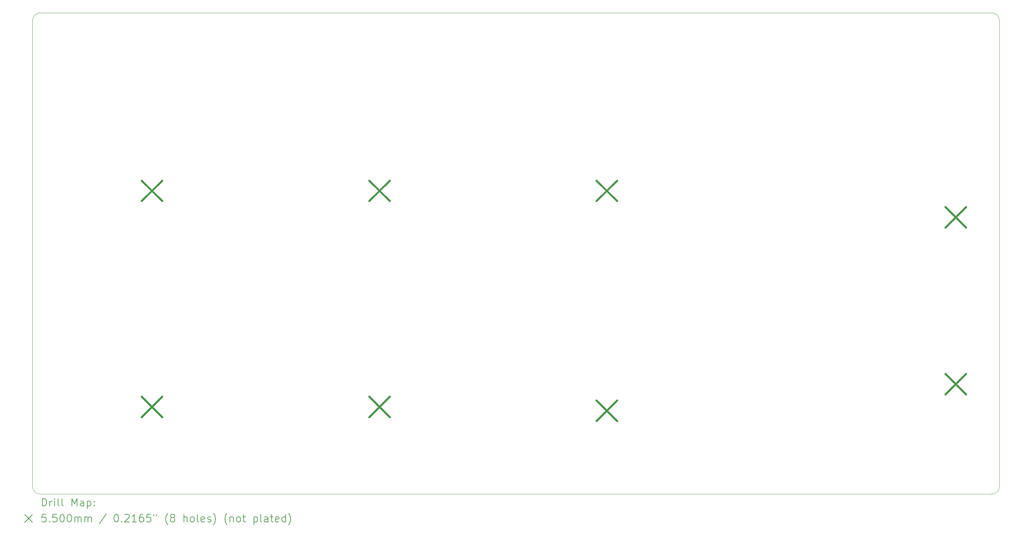
<source format=gbr>
%TF.GenerationSoftware,KiCad,Pcbnew,8.0.9-1.fc41*%
%TF.CreationDate,2025-02-27T22:12:58+00:00*%
%TF.ProjectId,SCART_switcher,53434152-545f-4737-9769-74636865722e,rev?*%
%TF.SameCoordinates,Original*%
%TF.FileFunction,Drillmap*%
%TF.FilePolarity,Positive*%
%FSLAX45Y45*%
G04 Gerber Fmt 4.5, Leading zero omitted, Abs format (unit mm)*
G04 Created by KiCad (PCBNEW 8.0.9-1.fc41) date 2025-02-27 22:12:58*
%MOMM*%
%LPD*%
G01*
G04 APERTURE LIST*
%ADD10C,0.100000*%
%ADD11C,0.200000*%
%ADD12C,0.550000*%
G04 APERTURE END LIST*
D10*
X1450000Y-16300000D02*
G75*
G02*
X1250000Y-16100000I0J200000D01*
G01*
X1450000Y-16300000D02*
X26550000Y-16300000D01*
X1250000Y-3800000D02*
G75*
G02*
X1450000Y-3600000I200000J0D01*
G01*
X26750000Y-16100000D02*
G75*
G02*
X26550000Y-16300000I-200000J0D01*
G01*
X26550000Y-3600000D02*
X1450000Y-3600000D01*
X26750000Y-16100000D02*
X26750000Y-3800000D01*
X1250000Y-3800000D02*
X1250000Y-16100000D01*
X26550000Y-3600000D02*
G75*
G02*
X26750000Y-3800000I0J-200000D01*
G01*
D11*
D12*
X4125000Y-8025000D02*
X4675000Y-8575000D01*
X4675000Y-8025000D02*
X4125000Y-8575000D01*
X4125000Y-13725000D02*
X4675000Y-14275000D01*
X4675000Y-13725000D02*
X4125000Y-14275000D01*
X10125000Y-8025000D02*
X10675000Y-8575000D01*
X10675000Y-8025000D02*
X10125000Y-8575000D01*
X10125000Y-13725000D02*
X10675000Y-14275000D01*
X10675000Y-13725000D02*
X10125000Y-14275000D01*
X16125000Y-8025000D02*
X16675000Y-8575000D01*
X16675000Y-8025000D02*
X16125000Y-8575000D01*
X16125000Y-13825000D02*
X16675000Y-14375000D01*
X16675000Y-13825000D02*
X16125000Y-14375000D01*
X25325000Y-8725000D02*
X25875000Y-9275000D01*
X25875000Y-8725000D02*
X25325000Y-9275000D01*
X25325000Y-13125000D02*
X25875000Y-13675000D01*
X25875000Y-13125000D02*
X25325000Y-13675000D01*
D11*
X1505777Y-16616484D02*
X1505777Y-16416484D01*
X1505777Y-16416484D02*
X1553396Y-16416484D01*
X1553396Y-16416484D02*
X1581967Y-16426007D01*
X1581967Y-16426007D02*
X1601015Y-16445055D01*
X1601015Y-16445055D02*
X1610539Y-16464103D01*
X1610539Y-16464103D02*
X1620063Y-16502198D01*
X1620063Y-16502198D02*
X1620063Y-16530769D01*
X1620063Y-16530769D02*
X1610539Y-16568865D01*
X1610539Y-16568865D02*
X1601015Y-16587912D01*
X1601015Y-16587912D02*
X1581967Y-16606960D01*
X1581967Y-16606960D02*
X1553396Y-16616484D01*
X1553396Y-16616484D02*
X1505777Y-16616484D01*
X1705777Y-16616484D02*
X1705777Y-16483150D01*
X1705777Y-16521246D02*
X1715301Y-16502198D01*
X1715301Y-16502198D02*
X1724824Y-16492674D01*
X1724824Y-16492674D02*
X1743872Y-16483150D01*
X1743872Y-16483150D02*
X1762920Y-16483150D01*
X1829586Y-16616484D02*
X1829586Y-16483150D01*
X1829586Y-16416484D02*
X1820063Y-16426007D01*
X1820063Y-16426007D02*
X1829586Y-16435531D01*
X1829586Y-16435531D02*
X1839110Y-16426007D01*
X1839110Y-16426007D02*
X1829586Y-16416484D01*
X1829586Y-16416484D02*
X1829586Y-16435531D01*
X1953396Y-16616484D02*
X1934348Y-16606960D01*
X1934348Y-16606960D02*
X1924824Y-16587912D01*
X1924824Y-16587912D02*
X1924824Y-16416484D01*
X2058158Y-16616484D02*
X2039110Y-16606960D01*
X2039110Y-16606960D02*
X2029586Y-16587912D01*
X2029586Y-16587912D02*
X2029586Y-16416484D01*
X2286729Y-16616484D02*
X2286729Y-16416484D01*
X2286729Y-16416484D02*
X2353396Y-16559341D01*
X2353396Y-16559341D02*
X2420063Y-16416484D01*
X2420063Y-16416484D02*
X2420063Y-16616484D01*
X2601015Y-16616484D02*
X2601015Y-16511722D01*
X2601015Y-16511722D02*
X2591491Y-16492674D01*
X2591491Y-16492674D02*
X2572444Y-16483150D01*
X2572444Y-16483150D02*
X2534348Y-16483150D01*
X2534348Y-16483150D02*
X2515301Y-16492674D01*
X2601015Y-16606960D02*
X2581967Y-16616484D01*
X2581967Y-16616484D02*
X2534348Y-16616484D01*
X2534348Y-16616484D02*
X2515301Y-16606960D01*
X2515301Y-16606960D02*
X2505777Y-16587912D01*
X2505777Y-16587912D02*
X2505777Y-16568865D01*
X2505777Y-16568865D02*
X2515301Y-16549817D01*
X2515301Y-16549817D02*
X2534348Y-16540293D01*
X2534348Y-16540293D02*
X2581967Y-16540293D01*
X2581967Y-16540293D02*
X2601015Y-16530769D01*
X2696253Y-16483150D02*
X2696253Y-16683150D01*
X2696253Y-16492674D02*
X2715301Y-16483150D01*
X2715301Y-16483150D02*
X2753396Y-16483150D01*
X2753396Y-16483150D02*
X2772444Y-16492674D01*
X2772444Y-16492674D02*
X2781967Y-16502198D01*
X2781967Y-16502198D02*
X2791491Y-16521246D01*
X2791491Y-16521246D02*
X2791491Y-16578388D01*
X2791491Y-16578388D02*
X2781967Y-16597436D01*
X2781967Y-16597436D02*
X2772444Y-16606960D01*
X2772444Y-16606960D02*
X2753396Y-16616484D01*
X2753396Y-16616484D02*
X2715301Y-16616484D01*
X2715301Y-16616484D02*
X2696253Y-16606960D01*
X2877205Y-16597436D02*
X2886729Y-16606960D01*
X2886729Y-16606960D02*
X2877205Y-16616484D01*
X2877205Y-16616484D02*
X2867682Y-16606960D01*
X2867682Y-16606960D02*
X2877205Y-16597436D01*
X2877205Y-16597436D02*
X2877205Y-16616484D01*
X2877205Y-16492674D02*
X2886729Y-16502198D01*
X2886729Y-16502198D02*
X2877205Y-16511722D01*
X2877205Y-16511722D02*
X2867682Y-16502198D01*
X2867682Y-16502198D02*
X2877205Y-16492674D01*
X2877205Y-16492674D02*
X2877205Y-16511722D01*
X1045000Y-16845000D02*
X1245000Y-17045000D01*
X1245000Y-16845000D02*
X1045000Y-17045000D01*
X1601015Y-16836484D02*
X1505777Y-16836484D01*
X1505777Y-16836484D02*
X1496253Y-16931722D01*
X1496253Y-16931722D02*
X1505777Y-16922198D01*
X1505777Y-16922198D02*
X1524824Y-16912674D01*
X1524824Y-16912674D02*
X1572444Y-16912674D01*
X1572444Y-16912674D02*
X1591491Y-16922198D01*
X1591491Y-16922198D02*
X1601015Y-16931722D01*
X1601015Y-16931722D02*
X1610539Y-16950769D01*
X1610539Y-16950769D02*
X1610539Y-16998388D01*
X1610539Y-16998388D02*
X1601015Y-17017436D01*
X1601015Y-17017436D02*
X1591491Y-17026960D01*
X1591491Y-17026960D02*
X1572444Y-17036484D01*
X1572444Y-17036484D02*
X1524824Y-17036484D01*
X1524824Y-17036484D02*
X1505777Y-17026960D01*
X1505777Y-17026960D02*
X1496253Y-17017436D01*
X1696253Y-17017436D02*
X1705777Y-17026960D01*
X1705777Y-17026960D02*
X1696253Y-17036484D01*
X1696253Y-17036484D02*
X1686729Y-17026960D01*
X1686729Y-17026960D02*
X1696253Y-17017436D01*
X1696253Y-17017436D02*
X1696253Y-17036484D01*
X1886729Y-16836484D02*
X1791491Y-16836484D01*
X1791491Y-16836484D02*
X1781967Y-16931722D01*
X1781967Y-16931722D02*
X1791491Y-16922198D01*
X1791491Y-16922198D02*
X1810539Y-16912674D01*
X1810539Y-16912674D02*
X1858158Y-16912674D01*
X1858158Y-16912674D02*
X1877205Y-16922198D01*
X1877205Y-16922198D02*
X1886729Y-16931722D01*
X1886729Y-16931722D02*
X1896253Y-16950769D01*
X1896253Y-16950769D02*
X1896253Y-16998388D01*
X1896253Y-16998388D02*
X1886729Y-17017436D01*
X1886729Y-17017436D02*
X1877205Y-17026960D01*
X1877205Y-17026960D02*
X1858158Y-17036484D01*
X1858158Y-17036484D02*
X1810539Y-17036484D01*
X1810539Y-17036484D02*
X1791491Y-17026960D01*
X1791491Y-17026960D02*
X1781967Y-17017436D01*
X2020063Y-16836484D02*
X2039110Y-16836484D01*
X2039110Y-16836484D02*
X2058158Y-16846008D01*
X2058158Y-16846008D02*
X2067682Y-16855531D01*
X2067682Y-16855531D02*
X2077205Y-16874579D01*
X2077205Y-16874579D02*
X2086729Y-16912674D01*
X2086729Y-16912674D02*
X2086729Y-16960293D01*
X2086729Y-16960293D02*
X2077205Y-16998388D01*
X2077205Y-16998388D02*
X2067682Y-17017436D01*
X2067682Y-17017436D02*
X2058158Y-17026960D01*
X2058158Y-17026960D02*
X2039110Y-17036484D01*
X2039110Y-17036484D02*
X2020063Y-17036484D01*
X2020063Y-17036484D02*
X2001015Y-17026960D01*
X2001015Y-17026960D02*
X1991491Y-17017436D01*
X1991491Y-17017436D02*
X1981967Y-16998388D01*
X1981967Y-16998388D02*
X1972444Y-16960293D01*
X1972444Y-16960293D02*
X1972444Y-16912674D01*
X1972444Y-16912674D02*
X1981967Y-16874579D01*
X1981967Y-16874579D02*
X1991491Y-16855531D01*
X1991491Y-16855531D02*
X2001015Y-16846008D01*
X2001015Y-16846008D02*
X2020063Y-16836484D01*
X2210539Y-16836484D02*
X2229587Y-16836484D01*
X2229587Y-16836484D02*
X2248634Y-16846008D01*
X2248634Y-16846008D02*
X2258158Y-16855531D01*
X2258158Y-16855531D02*
X2267682Y-16874579D01*
X2267682Y-16874579D02*
X2277206Y-16912674D01*
X2277206Y-16912674D02*
X2277206Y-16960293D01*
X2277206Y-16960293D02*
X2267682Y-16998388D01*
X2267682Y-16998388D02*
X2258158Y-17017436D01*
X2258158Y-17017436D02*
X2248634Y-17026960D01*
X2248634Y-17026960D02*
X2229587Y-17036484D01*
X2229587Y-17036484D02*
X2210539Y-17036484D01*
X2210539Y-17036484D02*
X2191491Y-17026960D01*
X2191491Y-17026960D02*
X2181967Y-17017436D01*
X2181967Y-17017436D02*
X2172444Y-16998388D01*
X2172444Y-16998388D02*
X2162920Y-16960293D01*
X2162920Y-16960293D02*
X2162920Y-16912674D01*
X2162920Y-16912674D02*
X2172444Y-16874579D01*
X2172444Y-16874579D02*
X2181967Y-16855531D01*
X2181967Y-16855531D02*
X2191491Y-16846008D01*
X2191491Y-16846008D02*
X2210539Y-16836484D01*
X2362920Y-17036484D02*
X2362920Y-16903150D01*
X2362920Y-16922198D02*
X2372444Y-16912674D01*
X2372444Y-16912674D02*
X2391491Y-16903150D01*
X2391491Y-16903150D02*
X2420063Y-16903150D01*
X2420063Y-16903150D02*
X2439110Y-16912674D01*
X2439110Y-16912674D02*
X2448634Y-16931722D01*
X2448634Y-16931722D02*
X2448634Y-17036484D01*
X2448634Y-16931722D02*
X2458158Y-16912674D01*
X2458158Y-16912674D02*
X2477206Y-16903150D01*
X2477206Y-16903150D02*
X2505777Y-16903150D01*
X2505777Y-16903150D02*
X2524825Y-16912674D01*
X2524825Y-16912674D02*
X2534348Y-16931722D01*
X2534348Y-16931722D02*
X2534348Y-17036484D01*
X2629587Y-17036484D02*
X2629587Y-16903150D01*
X2629587Y-16922198D02*
X2639110Y-16912674D01*
X2639110Y-16912674D02*
X2658158Y-16903150D01*
X2658158Y-16903150D02*
X2686729Y-16903150D01*
X2686729Y-16903150D02*
X2705777Y-16912674D01*
X2705777Y-16912674D02*
X2715301Y-16931722D01*
X2715301Y-16931722D02*
X2715301Y-17036484D01*
X2715301Y-16931722D02*
X2724825Y-16912674D01*
X2724825Y-16912674D02*
X2743872Y-16903150D01*
X2743872Y-16903150D02*
X2772444Y-16903150D01*
X2772444Y-16903150D02*
X2791491Y-16912674D01*
X2791491Y-16912674D02*
X2801015Y-16931722D01*
X2801015Y-16931722D02*
X2801015Y-17036484D01*
X3191491Y-16826960D02*
X3020063Y-17084103D01*
X3448634Y-16836484D02*
X3467682Y-16836484D01*
X3467682Y-16836484D02*
X3486729Y-16846008D01*
X3486729Y-16846008D02*
X3496253Y-16855531D01*
X3496253Y-16855531D02*
X3505777Y-16874579D01*
X3505777Y-16874579D02*
X3515301Y-16912674D01*
X3515301Y-16912674D02*
X3515301Y-16960293D01*
X3515301Y-16960293D02*
X3505777Y-16998388D01*
X3505777Y-16998388D02*
X3496253Y-17017436D01*
X3496253Y-17017436D02*
X3486729Y-17026960D01*
X3486729Y-17026960D02*
X3467682Y-17036484D01*
X3467682Y-17036484D02*
X3448634Y-17036484D01*
X3448634Y-17036484D02*
X3429587Y-17026960D01*
X3429587Y-17026960D02*
X3420063Y-17017436D01*
X3420063Y-17017436D02*
X3410539Y-16998388D01*
X3410539Y-16998388D02*
X3401015Y-16960293D01*
X3401015Y-16960293D02*
X3401015Y-16912674D01*
X3401015Y-16912674D02*
X3410539Y-16874579D01*
X3410539Y-16874579D02*
X3420063Y-16855531D01*
X3420063Y-16855531D02*
X3429587Y-16846008D01*
X3429587Y-16846008D02*
X3448634Y-16836484D01*
X3601015Y-17017436D02*
X3610539Y-17026960D01*
X3610539Y-17026960D02*
X3601015Y-17036484D01*
X3601015Y-17036484D02*
X3591491Y-17026960D01*
X3591491Y-17026960D02*
X3601015Y-17017436D01*
X3601015Y-17017436D02*
X3601015Y-17036484D01*
X3686729Y-16855531D02*
X3696253Y-16846008D01*
X3696253Y-16846008D02*
X3715301Y-16836484D01*
X3715301Y-16836484D02*
X3762920Y-16836484D01*
X3762920Y-16836484D02*
X3781968Y-16846008D01*
X3781968Y-16846008D02*
X3791491Y-16855531D01*
X3791491Y-16855531D02*
X3801015Y-16874579D01*
X3801015Y-16874579D02*
X3801015Y-16893627D01*
X3801015Y-16893627D02*
X3791491Y-16922198D01*
X3791491Y-16922198D02*
X3677206Y-17036484D01*
X3677206Y-17036484D02*
X3801015Y-17036484D01*
X3991491Y-17036484D02*
X3877206Y-17036484D01*
X3934348Y-17036484D02*
X3934348Y-16836484D01*
X3934348Y-16836484D02*
X3915301Y-16865055D01*
X3915301Y-16865055D02*
X3896253Y-16884103D01*
X3896253Y-16884103D02*
X3877206Y-16893627D01*
X4162920Y-16836484D02*
X4124825Y-16836484D01*
X4124825Y-16836484D02*
X4105777Y-16846008D01*
X4105777Y-16846008D02*
X4096253Y-16855531D01*
X4096253Y-16855531D02*
X4077206Y-16884103D01*
X4077206Y-16884103D02*
X4067682Y-16922198D01*
X4067682Y-16922198D02*
X4067682Y-16998388D01*
X4067682Y-16998388D02*
X4077206Y-17017436D01*
X4077206Y-17017436D02*
X4086729Y-17026960D01*
X4086729Y-17026960D02*
X4105777Y-17036484D01*
X4105777Y-17036484D02*
X4143872Y-17036484D01*
X4143872Y-17036484D02*
X4162920Y-17026960D01*
X4162920Y-17026960D02*
X4172444Y-17017436D01*
X4172444Y-17017436D02*
X4181968Y-16998388D01*
X4181968Y-16998388D02*
X4181968Y-16950769D01*
X4181968Y-16950769D02*
X4172444Y-16931722D01*
X4172444Y-16931722D02*
X4162920Y-16922198D01*
X4162920Y-16922198D02*
X4143872Y-16912674D01*
X4143872Y-16912674D02*
X4105777Y-16912674D01*
X4105777Y-16912674D02*
X4086729Y-16922198D01*
X4086729Y-16922198D02*
X4077206Y-16931722D01*
X4077206Y-16931722D02*
X4067682Y-16950769D01*
X4362920Y-16836484D02*
X4267682Y-16836484D01*
X4267682Y-16836484D02*
X4258158Y-16931722D01*
X4258158Y-16931722D02*
X4267682Y-16922198D01*
X4267682Y-16922198D02*
X4286730Y-16912674D01*
X4286730Y-16912674D02*
X4334349Y-16912674D01*
X4334349Y-16912674D02*
X4353396Y-16922198D01*
X4353396Y-16922198D02*
X4362920Y-16931722D01*
X4362920Y-16931722D02*
X4372444Y-16950769D01*
X4372444Y-16950769D02*
X4372444Y-16998388D01*
X4372444Y-16998388D02*
X4362920Y-17017436D01*
X4362920Y-17017436D02*
X4353396Y-17026960D01*
X4353396Y-17026960D02*
X4334349Y-17036484D01*
X4334349Y-17036484D02*
X4286730Y-17036484D01*
X4286730Y-17036484D02*
X4267682Y-17026960D01*
X4267682Y-17026960D02*
X4258158Y-17017436D01*
X4448634Y-16836484D02*
X4448634Y-16874579D01*
X4524825Y-16836484D02*
X4524825Y-16874579D01*
X4820063Y-17112674D02*
X4810539Y-17103150D01*
X4810539Y-17103150D02*
X4791492Y-17074579D01*
X4791492Y-17074579D02*
X4781968Y-17055531D01*
X4781968Y-17055531D02*
X4772444Y-17026960D01*
X4772444Y-17026960D02*
X4762920Y-16979341D01*
X4762920Y-16979341D02*
X4762920Y-16941246D01*
X4762920Y-16941246D02*
X4772444Y-16893627D01*
X4772444Y-16893627D02*
X4781968Y-16865055D01*
X4781968Y-16865055D02*
X4791492Y-16846008D01*
X4791492Y-16846008D02*
X4810539Y-16817436D01*
X4810539Y-16817436D02*
X4820063Y-16807912D01*
X4924825Y-16922198D02*
X4905777Y-16912674D01*
X4905777Y-16912674D02*
X4896253Y-16903150D01*
X4896253Y-16903150D02*
X4886730Y-16884103D01*
X4886730Y-16884103D02*
X4886730Y-16874579D01*
X4886730Y-16874579D02*
X4896253Y-16855531D01*
X4896253Y-16855531D02*
X4905777Y-16846008D01*
X4905777Y-16846008D02*
X4924825Y-16836484D01*
X4924825Y-16836484D02*
X4962920Y-16836484D01*
X4962920Y-16836484D02*
X4981968Y-16846008D01*
X4981968Y-16846008D02*
X4991492Y-16855531D01*
X4991492Y-16855531D02*
X5001015Y-16874579D01*
X5001015Y-16874579D02*
X5001015Y-16884103D01*
X5001015Y-16884103D02*
X4991492Y-16903150D01*
X4991492Y-16903150D02*
X4981968Y-16912674D01*
X4981968Y-16912674D02*
X4962920Y-16922198D01*
X4962920Y-16922198D02*
X4924825Y-16922198D01*
X4924825Y-16922198D02*
X4905777Y-16931722D01*
X4905777Y-16931722D02*
X4896253Y-16941246D01*
X4896253Y-16941246D02*
X4886730Y-16960293D01*
X4886730Y-16960293D02*
X4886730Y-16998388D01*
X4886730Y-16998388D02*
X4896253Y-17017436D01*
X4896253Y-17017436D02*
X4905777Y-17026960D01*
X4905777Y-17026960D02*
X4924825Y-17036484D01*
X4924825Y-17036484D02*
X4962920Y-17036484D01*
X4962920Y-17036484D02*
X4981968Y-17026960D01*
X4981968Y-17026960D02*
X4991492Y-17017436D01*
X4991492Y-17017436D02*
X5001015Y-16998388D01*
X5001015Y-16998388D02*
X5001015Y-16960293D01*
X5001015Y-16960293D02*
X4991492Y-16941246D01*
X4991492Y-16941246D02*
X4981968Y-16931722D01*
X4981968Y-16931722D02*
X4962920Y-16922198D01*
X5239111Y-17036484D02*
X5239111Y-16836484D01*
X5324825Y-17036484D02*
X5324825Y-16931722D01*
X5324825Y-16931722D02*
X5315301Y-16912674D01*
X5315301Y-16912674D02*
X5296254Y-16903150D01*
X5296254Y-16903150D02*
X5267682Y-16903150D01*
X5267682Y-16903150D02*
X5248634Y-16912674D01*
X5248634Y-16912674D02*
X5239111Y-16922198D01*
X5448634Y-17036484D02*
X5429587Y-17026960D01*
X5429587Y-17026960D02*
X5420063Y-17017436D01*
X5420063Y-17017436D02*
X5410539Y-16998388D01*
X5410539Y-16998388D02*
X5410539Y-16941246D01*
X5410539Y-16941246D02*
X5420063Y-16922198D01*
X5420063Y-16922198D02*
X5429587Y-16912674D01*
X5429587Y-16912674D02*
X5448634Y-16903150D01*
X5448634Y-16903150D02*
X5477206Y-16903150D01*
X5477206Y-16903150D02*
X5496254Y-16912674D01*
X5496254Y-16912674D02*
X5505777Y-16922198D01*
X5505777Y-16922198D02*
X5515301Y-16941246D01*
X5515301Y-16941246D02*
X5515301Y-16998388D01*
X5515301Y-16998388D02*
X5505777Y-17017436D01*
X5505777Y-17017436D02*
X5496254Y-17026960D01*
X5496254Y-17026960D02*
X5477206Y-17036484D01*
X5477206Y-17036484D02*
X5448634Y-17036484D01*
X5629587Y-17036484D02*
X5610539Y-17026960D01*
X5610539Y-17026960D02*
X5601015Y-17007912D01*
X5601015Y-17007912D02*
X5601015Y-16836484D01*
X5781968Y-17026960D02*
X5762920Y-17036484D01*
X5762920Y-17036484D02*
X5724825Y-17036484D01*
X5724825Y-17036484D02*
X5705777Y-17026960D01*
X5705777Y-17026960D02*
X5696253Y-17007912D01*
X5696253Y-17007912D02*
X5696253Y-16931722D01*
X5696253Y-16931722D02*
X5705777Y-16912674D01*
X5705777Y-16912674D02*
X5724825Y-16903150D01*
X5724825Y-16903150D02*
X5762920Y-16903150D01*
X5762920Y-16903150D02*
X5781968Y-16912674D01*
X5781968Y-16912674D02*
X5791492Y-16931722D01*
X5791492Y-16931722D02*
X5791492Y-16950769D01*
X5791492Y-16950769D02*
X5696253Y-16969817D01*
X5867682Y-17026960D02*
X5886730Y-17036484D01*
X5886730Y-17036484D02*
X5924825Y-17036484D01*
X5924825Y-17036484D02*
X5943873Y-17026960D01*
X5943873Y-17026960D02*
X5953396Y-17007912D01*
X5953396Y-17007912D02*
X5953396Y-16998388D01*
X5953396Y-16998388D02*
X5943873Y-16979341D01*
X5943873Y-16979341D02*
X5924825Y-16969817D01*
X5924825Y-16969817D02*
X5896253Y-16969817D01*
X5896253Y-16969817D02*
X5877206Y-16960293D01*
X5877206Y-16960293D02*
X5867682Y-16941246D01*
X5867682Y-16941246D02*
X5867682Y-16931722D01*
X5867682Y-16931722D02*
X5877206Y-16912674D01*
X5877206Y-16912674D02*
X5896253Y-16903150D01*
X5896253Y-16903150D02*
X5924825Y-16903150D01*
X5924825Y-16903150D02*
X5943873Y-16912674D01*
X6020063Y-17112674D02*
X6029587Y-17103150D01*
X6029587Y-17103150D02*
X6048634Y-17074579D01*
X6048634Y-17074579D02*
X6058158Y-17055531D01*
X6058158Y-17055531D02*
X6067682Y-17026960D01*
X6067682Y-17026960D02*
X6077206Y-16979341D01*
X6077206Y-16979341D02*
X6077206Y-16941246D01*
X6077206Y-16941246D02*
X6067682Y-16893627D01*
X6067682Y-16893627D02*
X6058158Y-16865055D01*
X6058158Y-16865055D02*
X6048634Y-16846008D01*
X6048634Y-16846008D02*
X6029587Y-16817436D01*
X6029587Y-16817436D02*
X6020063Y-16807912D01*
X6381968Y-17112674D02*
X6372444Y-17103150D01*
X6372444Y-17103150D02*
X6353396Y-17074579D01*
X6353396Y-17074579D02*
X6343873Y-17055531D01*
X6343873Y-17055531D02*
X6334349Y-17026960D01*
X6334349Y-17026960D02*
X6324825Y-16979341D01*
X6324825Y-16979341D02*
X6324825Y-16941246D01*
X6324825Y-16941246D02*
X6334349Y-16893627D01*
X6334349Y-16893627D02*
X6343873Y-16865055D01*
X6343873Y-16865055D02*
X6353396Y-16846008D01*
X6353396Y-16846008D02*
X6372444Y-16817436D01*
X6372444Y-16817436D02*
X6381968Y-16807912D01*
X6458158Y-16903150D02*
X6458158Y-17036484D01*
X6458158Y-16922198D02*
X6467682Y-16912674D01*
X6467682Y-16912674D02*
X6486730Y-16903150D01*
X6486730Y-16903150D02*
X6515301Y-16903150D01*
X6515301Y-16903150D02*
X6534349Y-16912674D01*
X6534349Y-16912674D02*
X6543873Y-16931722D01*
X6543873Y-16931722D02*
X6543873Y-17036484D01*
X6667682Y-17036484D02*
X6648634Y-17026960D01*
X6648634Y-17026960D02*
X6639111Y-17017436D01*
X6639111Y-17017436D02*
X6629587Y-16998388D01*
X6629587Y-16998388D02*
X6629587Y-16941246D01*
X6629587Y-16941246D02*
X6639111Y-16922198D01*
X6639111Y-16922198D02*
X6648634Y-16912674D01*
X6648634Y-16912674D02*
X6667682Y-16903150D01*
X6667682Y-16903150D02*
X6696254Y-16903150D01*
X6696254Y-16903150D02*
X6715301Y-16912674D01*
X6715301Y-16912674D02*
X6724825Y-16922198D01*
X6724825Y-16922198D02*
X6734349Y-16941246D01*
X6734349Y-16941246D02*
X6734349Y-16998388D01*
X6734349Y-16998388D02*
X6724825Y-17017436D01*
X6724825Y-17017436D02*
X6715301Y-17026960D01*
X6715301Y-17026960D02*
X6696254Y-17036484D01*
X6696254Y-17036484D02*
X6667682Y-17036484D01*
X6791492Y-16903150D02*
X6867682Y-16903150D01*
X6820063Y-16836484D02*
X6820063Y-17007912D01*
X6820063Y-17007912D02*
X6829587Y-17026960D01*
X6829587Y-17026960D02*
X6848634Y-17036484D01*
X6848634Y-17036484D02*
X6867682Y-17036484D01*
X7086730Y-16903150D02*
X7086730Y-17103150D01*
X7086730Y-16912674D02*
X7105777Y-16903150D01*
X7105777Y-16903150D02*
X7143873Y-16903150D01*
X7143873Y-16903150D02*
X7162920Y-16912674D01*
X7162920Y-16912674D02*
X7172444Y-16922198D01*
X7172444Y-16922198D02*
X7181968Y-16941246D01*
X7181968Y-16941246D02*
X7181968Y-16998388D01*
X7181968Y-16998388D02*
X7172444Y-17017436D01*
X7172444Y-17017436D02*
X7162920Y-17026960D01*
X7162920Y-17026960D02*
X7143873Y-17036484D01*
X7143873Y-17036484D02*
X7105777Y-17036484D01*
X7105777Y-17036484D02*
X7086730Y-17026960D01*
X7296254Y-17036484D02*
X7277206Y-17026960D01*
X7277206Y-17026960D02*
X7267682Y-17007912D01*
X7267682Y-17007912D02*
X7267682Y-16836484D01*
X7458158Y-17036484D02*
X7458158Y-16931722D01*
X7458158Y-16931722D02*
X7448635Y-16912674D01*
X7448635Y-16912674D02*
X7429587Y-16903150D01*
X7429587Y-16903150D02*
X7391492Y-16903150D01*
X7391492Y-16903150D02*
X7372444Y-16912674D01*
X7458158Y-17026960D02*
X7439111Y-17036484D01*
X7439111Y-17036484D02*
X7391492Y-17036484D01*
X7391492Y-17036484D02*
X7372444Y-17026960D01*
X7372444Y-17026960D02*
X7362920Y-17007912D01*
X7362920Y-17007912D02*
X7362920Y-16988865D01*
X7362920Y-16988865D02*
X7372444Y-16969817D01*
X7372444Y-16969817D02*
X7391492Y-16960293D01*
X7391492Y-16960293D02*
X7439111Y-16960293D01*
X7439111Y-16960293D02*
X7458158Y-16950769D01*
X7524825Y-16903150D02*
X7601015Y-16903150D01*
X7553396Y-16836484D02*
X7553396Y-17007912D01*
X7553396Y-17007912D02*
X7562920Y-17026960D01*
X7562920Y-17026960D02*
X7581968Y-17036484D01*
X7581968Y-17036484D02*
X7601015Y-17036484D01*
X7743873Y-17026960D02*
X7724825Y-17036484D01*
X7724825Y-17036484D02*
X7686730Y-17036484D01*
X7686730Y-17036484D02*
X7667682Y-17026960D01*
X7667682Y-17026960D02*
X7658158Y-17007912D01*
X7658158Y-17007912D02*
X7658158Y-16931722D01*
X7658158Y-16931722D02*
X7667682Y-16912674D01*
X7667682Y-16912674D02*
X7686730Y-16903150D01*
X7686730Y-16903150D02*
X7724825Y-16903150D01*
X7724825Y-16903150D02*
X7743873Y-16912674D01*
X7743873Y-16912674D02*
X7753396Y-16931722D01*
X7753396Y-16931722D02*
X7753396Y-16950769D01*
X7753396Y-16950769D02*
X7658158Y-16969817D01*
X7924825Y-17036484D02*
X7924825Y-16836484D01*
X7924825Y-17026960D02*
X7905777Y-17036484D01*
X7905777Y-17036484D02*
X7867682Y-17036484D01*
X7867682Y-17036484D02*
X7848635Y-17026960D01*
X7848635Y-17026960D02*
X7839111Y-17017436D01*
X7839111Y-17017436D02*
X7829587Y-16998388D01*
X7829587Y-16998388D02*
X7829587Y-16941246D01*
X7829587Y-16941246D02*
X7839111Y-16922198D01*
X7839111Y-16922198D02*
X7848635Y-16912674D01*
X7848635Y-16912674D02*
X7867682Y-16903150D01*
X7867682Y-16903150D02*
X7905777Y-16903150D01*
X7905777Y-16903150D02*
X7924825Y-16912674D01*
X8001016Y-17112674D02*
X8010539Y-17103150D01*
X8010539Y-17103150D02*
X8029587Y-17074579D01*
X8029587Y-17074579D02*
X8039111Y-17055531D01*
X8039111Y-17055531D02*
X8048635Y-17026960D01*
X8048635Y-17026960D02*
X8058158Y-16979341D01*
X8058158Y-16979341D02*
X8058158Y-16941246D01*
X8058158Y-16941246D02*
X8048635Y-16893627D01*
X8048635Y-16893627D02*
X8039111Y-16865055D01*
X8039111Y-16865055D02*
X8029587Y-16846008D01*
X8029587Y-16846008D02*
X8010539Y-16817436D01*
X8010539Y-16817436D02*
X8001016Y-16807912D01*
M02*

</source>
